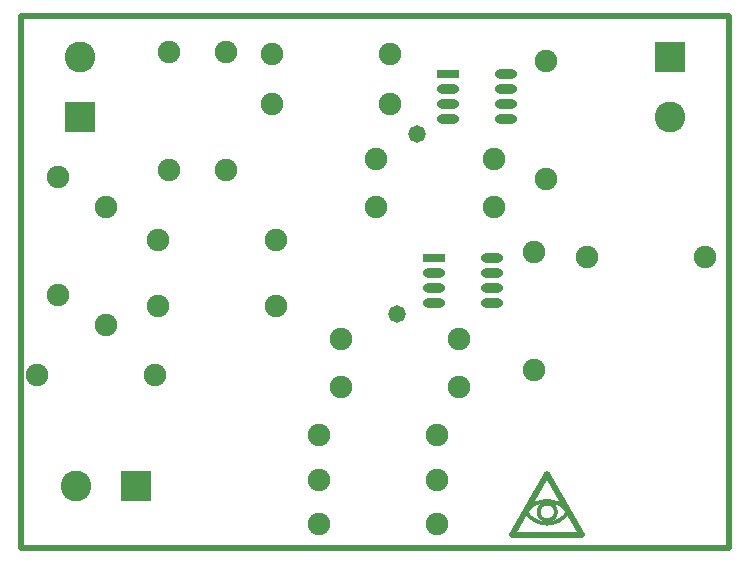
<source format=gts>
G04 Layer_Color=8388736*
%FSLAX44Y44*%
%MOMM*%
G71*
G01*
G75*
%ADD10C,0.3000*%
%ADD13C,0.5000*%
%ADD27C,0.5500*%
%ADD28R,1.9032X0.8032*%
%ADD29O,1.9032X0.8032*%
%ADD30C,2.6032*%
%ADD31R,2.6032X2.6032*%
%ADD32C,1.9032*%
%ADD33R,2.6032X2.6032*%
%ADD34C,1.4732*%
D10*
X427203Y30813D02*
G03*
X463739Y30649I18317J10796D01*
G01*
X463220Y30304D02*
G03*
X427864Y30370I-17700J-11777D01*
G01*
X453049Y30180D02*
G03*
X453049Y30180I-7279J0D01*
G01*
D13*
X0Y450000D02*
X600000D01*
Y0D02*
Y450000D01*
X0Y0D02*
X600000D01*
X0D02*
Y450000D01*
D27*
X415520Y10930D02*
X475520D01*
X415520D02*
X445570Y62480D01*
X475520Y10930D01*
D28*
X361580Y401320D02*
D03*
X350150Y245110D02*
D03*
D29*
X361580Y388620D02*
D03*
Y375920D02*
D03*
Y363220D02*
D03*
X410580Y401320D02*
D03*
Y388620D02*
D03*
Y375920D02*
D03*
Y363220D02*
D03*
X350150Y232410D02*
D03*
Y219710D02*
D03*
Y207010D02*
D03*
X399150Y245110D02*
D03*
Y232410D02*
D03*
Y219710D02*
D03*
Y207010D02*
D03*
D30*
X50000Y415400D02*
D03*
X46990Y52070D02*
D03*
X550000Y364600D02*
D03*
D31*
X50000D02*
D03*
X550000Y415400D02*
D03*
D32*
X116370Y260350D02*
D03*
X216370D02*
D03*
X434340Y250660D02*
D03*
Y150660D02*
D03*
X13500Y146050D02*
D03*
X113500D02*
D03*
X444500Y411950D02*
D03*
Y311950D02*
D03*
X252260Y57150D02*
D03*
X352260D02*
D03*
Y95250D02*
D03*
X252260D02*
D03*
X352260Y20320D02*
D03*
X252260D02*
D03*
X116370Y204470D02*
D03*
X216370D02*
D03*
X72390Y288760D02*
D03*
Y188760D02*
D03*
X31750Y314160D02*
D03*
Y214160D02*
D03*
X479590Y246380D02*
D03*
X579590D02*
D03*
X400520Y328930D02*
D03*
X300520D02*
D03*
X400520Y288290D02*
D03*
X300520D02*
D03*
X271310Y176530D02*
D03*
X371310D02*
D03*
X125730Y319570D02*
D03*
Y419570D02*
D03*
X271310Y135890D02*
D03*
X371310D02*
D03*
X173990Y319570D02*
D03*
Y419570D02*
D03*
X212890Y375920D02*
D03*
X312890D02*
D03*
X212890Y417830D02*
D03*
X312890D02*
D03*
D33*
X97790Y52070D02*
D03*
D34*
X318770Y198120D02*
D03*
X335280Y350520D02*
D03*
M02*

</source>
